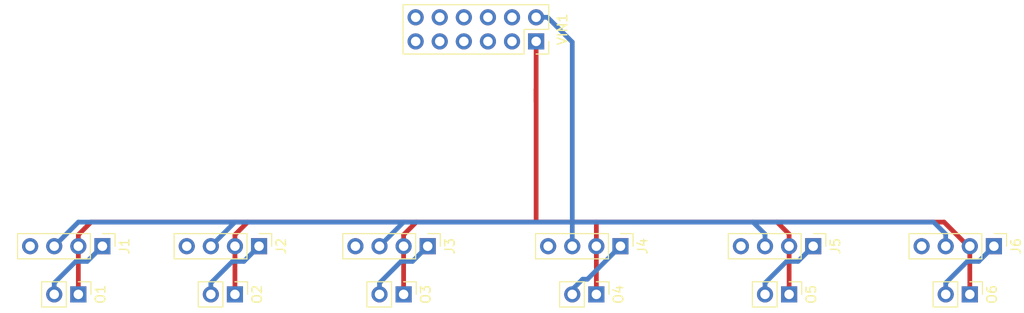
<source format=kicad_pcb>
(kicad_pcb (version 20171130) (host pcbnew 5.1.9)

  (general
    (thickness 1.6)
    (drawings 0)
    (tracks 67)
    (zones 0)
    (modules 13)
    (nets 15)
  )

  (page A4)
  (layers
    (0 F.Cu signal)
    (31 B.Cu signal)
    (32 B.Adhes user)
    (33 F.Adhes user)
    (34 B.Paste user)
    (35 F.Paste user)
    (36 B.SilkS user)
    (37 F.SilkS user)
    (38 B.Mask user)
    (39 F.Mask user)
    (40 Dwgs.User user)
    (41 Cmts.User user)
    (42 Eco1.User user)
    (43 Eco2.User user)
    (44 Edge.Cuts user)
    (45 Margin user)
    (46 B.CrtYd user)
    (47 F.CrtYd user)
    (48 B.Fab user)
    (49 F.Fab user)
  )

  (setup
    (last_trace_width 0.5)
    (trace_clearance 0.5)
    (zone_clearance 0.508)
    (zone_45_only no)
    (trace_min 0.2)
    (via_size 0.8)
    (via_drill 0.4)
    (via_min_size 0.4)
    (via_min_drill 0.3)
    (uvia_size 0.3)
    (uvia_drill 0.1)
    (uvias_allowed no)
    (uvia_min_size 0.2)
    (uvia_min_drill 0.1)
    (edge_width 0.05)
    (segment_width 0.2)
    (pcb_text_width 0.3)
    (pcb_text_size 1.5 1.5)
    (mod_edge_width 0.12)
    (mod_text_size 1 1)
    (mod_text_width 0.15)
    (pad_size 1.524 1.524)
    (pad_drill 0.762)
    (pad_to_mask_clearance 0)
    (aux_axis_origin 0 0)
    (visible_elements FFFFFF7F)
    (pcbplotparams
      (layerselection 0x010fc_ffffffff)
      (usegerberextensions false)
      (usegerberattributes true)
      (usegerberadvancedattributes true)
      (creategerberjobfile true)
      (excludeedgelayer true)
      (linewidth 0.100000)
      (plotframeref false)
      (viasonmask false)
      (mode 1)
      (useauxorigin false)
      (hpglpennumber 1)
      (hpglpenspeed 20)
      (hpglpendiameter 15.000000)
      (psnegative false)
      (psa4output false)
      (plotreference true)
      (plotvalue true)
      (plotinvisibletext false)
      (padsonsilk false)
      (subtractmaskfromsilk false)
      (outputformat 1)
      (mirror false)
      (drillshape 1)
      (scaleselection 1)
      (outputdirectory ""))
  )

  (net 0 "")
  (net 1 "Net-(J1-Pad4)")
  (net 2 +VDC)
  (net 3 GND)
  (net 4 "Net-(J1-Pad1)")
  (net 5 "Net-(J2-Pad4)")
  (net 6 "Net-(J2-Pad1)")
  (net 7 "Net-(J3-Pad4)")
  (net 8 "Net-(J3-Pad1)")
  (net 9 "Net-(J4-Pad4)")
  (net 10 "Net-(J4-Pad1)")
  (net 11 "Net-(J5-Pad4)")
  (net 12 "Net-(J5-Pad1)")
  (net 13 "Net-(J6-Pad4)")
  (net 14 "Net-(J6-Pad1)")

  (net_class Default "This is the default net class."
    (clearance 0.5)
    (trace_width 0.5)
    (via_dia 0.8)
    (via_drill 0.4)
    (uvia_dia 0.3)
    (uvia_drill 0.1)
    (add_net +VDC)
    (add_net GND)
    (add_net "Net-(J1-Pad1)")
    (add_net "Net-(J1-Pad4)")
    (add_net "Net-(J2-Pad1)")
    (add_net "Net-(J2-Pad4)")
    (add_net "Net-(J3-Pad1)")
    (add_net "Net-(J3-Pad4)")
    (add_net "Net-(J4-Pad1)")
    (add_net "Net-(J4-Pad4)")
    (add_net "Net-(J5-Pad1)")
    (add_net "Net-(J5-Pad4)")
    (add_net "Net-(J6-Pad1)")
    (add_net "Net-(J6-Pad4)")
  )

  (module Connector_PinSocket_2.54mm:PinSocket_2x06_P2.54mm_Vertical (layer F.Cu) (tedit 5A19A42B) (tstamp 602203D7)
    (at 119.38 45.72 270)
    (descr "Through hole straight socket strip, 2x06, 2.54mm pitch, double cols (from Kicad 4.0.7), script generated")
    (tags "Through hole socket strip THT 2x06 2.54mm double row")
    (path /6024770A)
    (fp_text reference VIN1 (at -1.27 -2.77 90) (layer F.SilkS)
      (effects (font (size 1 1) (thickness 0.15)))
    )
    (fp_text value VIN (at -1.27 15.47 90) (layer F.Fab)
      (effects (font (size 1 1) (thickness 0.15)))
    )
    (fp_text user %R (at -1.27 6.35) (layer F.Fab)
      (effects (font (size 1 1) (thickness 0.15)))
    )
    (fp_line (start -3.81 -1.27) (end 0.27 -1.27) (layer F.Fab) (width 0.1))
    (fp_line (start 0.27 -1.27) (end 1.27 -0.27) (layer F.Fab) (width 0.1))
    (fp_line (start 1.27 -0.27) (end 1.27 13.97) (layer F.Fab) (width 0.1))
    (fp_line (start 1.27 13.97) (end -3.81 13.97) (layer F.Fab) (width 0.1))
    (fp_line (start -3.81 13.97) (end -3.81 -1.27) (layer F.Fab) (width 0.1))
    (fp_line (start -3.87 -1.33) (end -1.27 -1.33) (layer F.SilkS) (width 0.12))
    (fp_line (start -3.87 -1.33) (end -3.87 14.03) (layer F.SilkS) (width 0.12))
    (fp_line (start -3.87 14.03) (end 1.33 14.03) (layer F.SilkS) (width 0.12))
    (fp_line (start 1.33 1.27) (end 1.33 14.03) (layer F.SilkS) (width 0.12))
    (fp_line (start -1.27 1.27) (end 1.33 1.27) (layer F.SilkS) (width 0.12))
    (fp_line (start -1.27 -1.33) (end -1.27 1.27) (layer F.SilkS) (width 0.12))
    (fp_line (start 1.33 -1.33) (end 1.33 0) (layer F.SilkS) (width 0.12))
    (fp_line (start 0 -1.33) (end 1.33 -1.33) (layer F.SilkS) (width 0.12))
    (fp_line (start -4.34 -1.8) (end 1.76 -1.8) (layer F.CrtYd) (width 0.05))
    (fp_line (start 1.76 -1.8) (end 1.76 14.45) (layer F.CrtYd) (width 0.05))
    (fp_line (start 1.76 14.45) (end -4.34 14.45) (layer F.CrtYd) (width 0.05))
    (fp_line (start -4.34 14.45) (end -4.34 -1.8) (layer F.CrtYd) (width 0.05))
    (pad 12 thru_hole oval (at -2.54 12.7 270) (size 1.7 1.7) (drill 1) (layers *.Cu *.Mask))
    (pad 11 thru_hole oval (at 0 12.7 270) (size 1.7 1.7) (drill 1) (layers *.Cu *.Mask))
    (pad 10 thru_hole oval (at -2.54 10.16 270) (size 1.7 1.7) (drill 1) (layers *.Cu *.Mask))
    (pad 9 thru_hole oval (at 0 10.16 270) (size 1.7 1.7) (drill 1) (layers *.Cu *.Mask))
    (pad 8 thru_hole oval (at -2.54 7.62 270) (size 1.7 1.7) (drill 1) (layers *.Cu *.Mask))
    (pad 7 thru_hole oval (at 0 7.62 270) (size 1.7 1.7) (drill 1) (layers *.Cu *.Mask))
    (pad 6 thru_hole oval (at -2.54 5.08 270) (size 1.7 1.7) (drill 1) (layers *.Cu *.Mask))
    (pad 5 thru_hole oval (at 0 5.08 270) (size 1.7 1.7) (drill 1) (layers *.Cu *.Mask))
    (pad 4 thru_hole oval (at -2.54 2.54 270) (size 1.7 1.7) (drill 1) (layers *.Cu *.Mask))
    (pad 3 thru_hole oval (at 0 2.54 270) (size 1.7 1.7) (drill 1) (layers *.Cu *.Mask))
    (pad 2 thru_hole oval (at -2.54 0 270) (size 1.7 1.7) (drill 1) (layers *.Cu *.Mask)
      (net 2 +VDC))
    (pad 1 thru_hole rect (at 0 0 270) (size 1.7 1.7) (drill 1) (layers *.Cu *.Mask)
      (net 3 GND))
    (model ${KISYS3DMOD}/Connector_PinSocket_2.54mm.3dshapes/PinSocket_2x06_P2.54mm_Vertical.wrl
      (at (xyz 0 0 0))
      (scale (xyz 1 1 1))
      (rotate (xyz 0 0 0))
    )
  )

  (module Connector_PinHeader_2.54mm:PinHeader_1x02_P2.54mm_Vertical (layer F.Cu) (tedit 59FED5CC) (tstamp 602203B5)
    (at 165.1 72.39 270)
    (descr "Through hole straight pin header, 1x02, 2.54mm pitch, single row")
    (tags "Through hole pin header THT 1x02 2.54mm single row")
    (path /602300AF)
    (fp_text reference O6 (at 0 -2.33 90) (layer F.SilkS)
      (effects (font (size 1 1) (thickness 0.15)))
    )
    (fp_text value VOUT (at 0 4.87 90) (layer F.Fab)
      (effects (font (size 1 1) (thickness 0.15)))
    )
    (fp_text user %R (at 0 1.27) (layer F.Fab)
      (effects (font (size 1 1) (thickness 0.15)))
    )
    (fp_line (start -0.635 -1.27) (end 1.27 -1.27) (layer F.Fab) (width 0.1))
    (fp_line (start 1.27 -1.27) (end 1.27 3.81) (layer F.Fab) (width 0.1))
    (fp_line (start 1.27 3.81) (end -1.27 3.81) (layer F.Fab) (width 0.1))
    (fp_line (start -1.27 3.81) (end -1.27 -0.635) (layer F.Fab) (width 0.1))
    (fp_line (start -1.27 -0.635) (end -0.635 -1.27) (layer F.Fab) (width 0.1))
    (fp_line (start -1.33 3.87) (end 1.33 3.87) (layer F.SilkS) (width 0.12))
    (fp_line (start -1.33 1.27) (end -1.33 3.87) (layer F.SilkS) (width 0.12))
    (fp_line (start 1.33 1.27) (end 1.33 3.87) (layer F.SilkS) (width 0.12))
    (fp_line (start -1.33 1.27) (end 1.33 1.27) (layer F.SilkS) (width 0.12))
    (fp_line (start -1.33 0) (end -1.33 -1.33) (layer F.SilkS) (width 0.12))
    (fp_line (start -1.33 -1.33) (end 0 -1.33) (layer F.SilkS) (width 0.12))
    (fp_line (start -1.8 -1.8) (end -1.8 4.35) (layer F.CrtYd) (width 0.05))
    (fp_line (start -1.8 4.35) (end 1.8 4.35) (layer F.CrtYd) (width 0.05))
    (fp_line (start 1.8 4.35) (end 1.8 -1.8) (layer F.CrtYd) (width 0.05))
    (fp_line (start 1.8 -1.8) (end -1.8 -1.8) (layer F.CrtYd) (width 0.05))
    (pad 2 thru_hole oval (at 0 2.54 270) (size 1.7 1.7) (drill 1) (layers *.Cu *.Mask)
      (net 14 "Net-(J6-Pad1)"))
    (pad 1 thru_hole rect (at 0 0 270) (size 1.7 1.7) (drill 1) (layers *.Cu *.Mask)
      (net 3 GND))
    (model ${KISYS3DMOD}/Connector_PinHeader_2.54mm.3dshapes/PinHeader_1x02_P2.54mm_Vertical.wrl
      (at (xyz 0 0 0))
      (scale (xyz 1 1 1))
      (rotate (xyz 0 0 0))
    )
  )

  (module Connector_PinHeader_2.54mm:PinHeader_1x02_P2.54mm_Vertical (layer F.Cu) (tedit 59FED5CC) (tstamp 6022039F)
    (at 146.05 72.39 270)
    (descr "Through hole straight pin header, 1x02, 2.54mm pitch, single row")
    (tags "Through hole pin header THT 1x02 2.54mm single row")
    (path /6022EE0E)
    (fp_text reference O5 (at 0 -2.33 90) (layer F.SilkS)
      (effects (font (size 1 1) (thickness 0.15)))
    )
    (fp_text value VOUT (at 0 4.87 90) (layer F.Fab)
      (effects (font (size 1 1) (thickness 0.15)))
    )
    (fp_text user %R (at 0 1.27) (layer F.Fab)
      (effects (font (size 1 1) (thickness 0.15)))
    )
    (fp_line (start -0.635 -1.27) (end 1.27 -1.27) (layer F.Fab) (width 0.1))
    (fp_line (start 1.27 -1.27) (end 1.27 3.81) (layer F.Fab) (width 0.1))
    (fp_line (start 1.27 3.81) (end -1.27 3.81) (layer F.Fab) (width 0.1))
    (fp_line (start -1.27 3.81) (end -1.27 -0.635) (layer F.Fab) (width 0.1))
    (fp_line (start -1.27 -0.635) (end -0.635 -1.27) (layer F.Fab) (width 0.1))
    (fp_line (start -1.33 3.87) (end 1.33 3.87) (layer F.SilkS) (width 0.12))
    (fp_line (start -1.33 1.27) (end -1.33 3.87) (layer F.SilkS) (width 0.12))
    (fp_line (start 1.33 1.27) (end 1.33 3.87) (layer F.SilkS) (width 0.12))
    (fp_line (start -1.33 1.27) (end 1.33 1.27) (layer F.SilkS) (width 0.12))
    (fp_line (start -1.33 0) (end -1.33 -1.33) (layer F.SilkS) (width 0.12))
    (fp_line (start -1.33 -1.33) (end 0 -1.33) (layer F.SilkS) (width 0.12))
    (fp_line (start -1.8 -1.8) (end -1.8 4.35) (layer F.CrtYd) (width 0.05))
    (fp_line (start -1.8 4.35) (end 1.8 4.35) (layer F.CrtYd) (width 0.05))
    (fp_line (start 1.8 4.35) (end 1.8 -1.8) (layer F.CrtYd) (width 0.05))
    (fp_line (start 1.8 -1.8) (end -1.8 -1.8) (layer F.CrtYd) (width 0.05))
    (pad 2 thru_hole oval (at 0 2.54 270) (size 1.7 1.7) (drill 1) (layers *.Cu *.Mask)
      (net 12 "Net-(J5-Pad1)"))
    (pad 1 thru_hole rect (at 0 0 270) (size 1.7 1.7) (drill 1) (layers *.Cu *.Mask)
      (net 3 GND))
    (model ${KISYS3DMOD}/Connector_PinHeader_2.54mm.3dshapes/PinHeader_1x02_P2.54mm_Vertical.wrl
      (at (xyz 0 0 0))
      (scale (xyz 1 1 1))
      (rotate (xyz 0 0 0))
    )
  )

  (module Connector_PinHeader_2.54mm:PinHeader_1x02_P2.54mm_Vertical (layer F.Cu) (tedit 59FED5CC) (tstamp 60220389)
    (at 125.73 72.39 270)
    (descr "Through hole straight pin header, 1x02, 2.54mm pitch, single row")
    (tags "Through hole pin header THT 1x02 2.54mm single row")
    (path /6022DB71)
    (fp_text reference O4 (at 0 -2.33 90) (layer F.SilkS)
      (effects (font (size 1 1) (thickness 0.15)))
    )
    (fp_text value VOUT (at 0 4.87 90) (layer F.Fab)
      (effects (font (size 1 1) (thickness 0.15)))
    )
    (fp_text user %R (at 0 1.27) (layer F.Fab)
      (effects (font (size 1 1) (thickness 0.15)))
    )
    (fp_line (start -0.635 -1.27) (end 1.27 -1.27) (layer F.Fab) (width 0.1))
    (fp_line (start 1.27 -1.27) (end 1.27 3.81) (layer F.Fab) (width 0.1))
    (fp_line (start 1.27 3.81) (end -1.27 3.81) (layer F.Fab) (width 0.1))
    (fp_line (start -1.27 3.81) (end -1.27 -0.635) (layer F.Fab) (width 0.1))
    (fp_line (start -1.27 -0.635) (end -0.635 -1.27) (layer F.Fab) (width 0.1))
    (fp_line (start -1.33 3.87) (end 1.33 3.87) (layer F.SilkS) (width 0.12))
    (fp_line (start -1.33 1.27) (end -1.33 3.87) (layer F.SilkS) (width 0.12))
    (fp_line (start 1.33 1.27) (end 1.33 3.87) (layer F.SilkS) (width 0.12))
    (fp_line (start -1.33 1.27) (end 1.33 1.27) (layer F.SilkS) (width 0.12))
    (fp_line (start -1.33 0) (end -1.33 -1.33) (layer F.SilkS) (width 0.12))
    (fp_line (start -1.33 -1.33) (end 0 -1.33) (layer F.SilkS) (width 0.12))
    (fp_line (start -1.8 -1.8) (end -1.8 4.35) (layer F.CrtYd) (width 0.05))
    (fp_line (start -1.8 4.35) (end 1.8 4.35) (layer F.CrtYd) (width 0.05))
    (fp_line (start 1.8 4.35) (end 1.8 -1.8) (layer F.CrtYd) (width 0.05))
    (fp_line (start 1.8 -1.8) (end -1.8 -1.8) (layer F.CrtYd) (width 0.05))
    (pad 2 thru_hole oval (at 0 2.54 270) (size 1.7 1.7) (drill 1) (layers *.Cu *.Mask)
      (net 10 "Net-(J4-Pad1)"))
    (pad 1 thru_hole rect (at 0 0 270) (size 1.7 1.7) (drill 1) (layers *.Cu *.Mask)
      (net 3 GND))
    (model ${KISYS3DMOD}/Connector_PinHeader_2.54mm.3dshapes/PinHeader_1x02_P2.54mm_Vertical.wrl
      (at (xyz 0 0 0))
      (scale (xyz 1 1 1))
      (rotate (xyz 0 0 0))
    )
  )

  (module Connector_PinHeader_2.54mm:PinHeader_1x02_P2.54mm_Vertical (layer F.Cu) (tedit 59FED5CC) (tstamp 60220373)
    (at 105.41 72.39 270)
    (descr "Through hole straight pin header, 1x02, 2.54mm pitch, single row")
    (tags "Through hole pin header THT 1x02 2.54mm single row")
    (path /6022CBA4)
    (fp_text reference O3 (at 0 -2.33 90) (layer F.SilkS)
      (effects (font (size 1 1) (thickness 0.15)))
    )
    (fp_text value VOUT (at 0 4.87 90) (layer F.Fab)
      (effects (font (size 1 1) (thickness 0.15)))
    )
    (fp_text user %R (at 0 1.27) (layer F.Fab)
      (effects (font (size 1 1) (thickness 0.15)))
    )
    (fp_line (start -0.635 -1.27) (end 1.27 -1.27) (layer F.Fab) (width 0.1))
    (fp_line (start 1.27 -1.27) (end 1.27 3.81) (layer F.Fab) (width 0.1))
    (fp_line (start 1.27 3.81) (end -1.27 3.81) (layer F.Fab) (width 0.1))
    (fp_line (start -1.27 3.81) (end -1.27 -0.635) (layer F.Fab) (width 0.1))
    (fp_line (start -1.27 -0.635) (end -0.635 -1.27) (layer F.Fab) (width 0.1))
    (fp_line (start -1.33 3.87) (end 1.33 3.87) (layer F.SilkS) (width 0.12))
    (fp_line (start -1.33 1.27) (end -1.33 3.87) (layer F.SilkS) (width 0.12))
    (fp_line (start 1.33 1.27) (end 1.33 3.87) (layer F.SilkS) (width 0.12))
    (fp_line (start -1.33 1.27) (end 1.33 1.27) (layer F.SilkS) (width 0.12))
    (fp_line (start -1.33 0) (end -1.33 -1.33) (layer F.SilkS) (width 0.12))
    (fp_line (start -1.33 -1.33) (end 0 -1.33) (layer F.SilkS) (width 0.12))
    (fp_line (start -1.8 -1.8) (end -1.8 4.35) (layer F.CrtYd) (width 0.05))
    (fp_line (start -1.8 4.35) (end 1.8 4.35) (layer F.CrtYd) (width 0.05))
    (fp_line (start 1.8 4.35) (end 1.8 -1.8) (layer F.CrtYd) (width 0.05))
    (fp_line (start 1.8 -1.8) (end -1.8 -1.8) (layer F.CrtYd) (width 0.05))
    (pad 2 thru_hole oval (at 0 2.54 270) (size 1.7 1.7) (drill 1) (layers *.Cu *.Mask)
      (net 8 "Net-(J3-Pad1)"))
    (pad 1 thru_hole rect (at 0 0 270) (size 1.7 1.7) (drill 1) (layers *.Cu *.Mask)
      (net 3 GND))
    (model ${KISYS3DMOD}/Connector_PinHeader_2.54mm.3dshapes/PinHeader_1x02_P2.54mm_Vertical.wrl
      (at (xyz 0 0 0))
      (scale (xyz 1 1 1))
      (rotate (xyz 0 0 0))
    )
  )

  (module Connector_PinHeader_2.54mm:PinHeader_1x02_P2.54mm_Vertical (layer F.Cu) (tedit 59FED5CC) (tstamp 6022035D)
    (at 87.63 72.39 270)
    (descr "Through hole straight pin header, 1x02, 2.54mm pitch, single row")
    (tags "Through hole pin header THT 1x02 2.54mm single row")
    (path /60228E70)
    (fp_text reference O2 (at 0 -2.33 90) (layer F.SilkS)
      (effects (font (size 1 1) (thickness 0.15)))
    )
    (fp_text value VOUT (at 0 4.87 90) (layer F.Fab)
      (effects (font (size 1 1) (thickness 0.15)))
    )
    (fp_text user %R (at 0 1.27) (layer F.Fab)
      (effects (font (size 1 1) (thickness 0.15)))
    )
    (fp_line (start -0.635 -1.27) (end 1.27 -1.27) (layer F.Fab) (width 0.1))
    (fp_line (start 1.27 -1.27) (end 1.27 3.81) (layer F.Fab) (width 0.1))
    (fp_line (start 1.27 3.81) (end -1.27 3.81) (layer F.Fab) (width 0.1))
    (fp_line (start -1.27 3.81) (end -1.27 -0.635) (layer F.Fab) (width 0.1))
    (fp_line (start -1.27 -0.635) (end -0.635 -1.27) (layer F.Fab) (width 0.1))
    (fp_line (start -1.33 3.87) (end 1.33 3.87) (layer F.SilkS) (width 0.12))
    (fp_line (start -1.33 1.27) (end -1.33 3.87) (layer F.SilkS) (width 0.12))
    (fp_line (start 1.33 1.27) (end 1.33 3.87) (layer F.SilkS) (width 0.12))
    (fp_line (start -1.33 1.27) (end 1.33 1.27) (layer F.SilkS) (width 0.12))
    (fp_line (start -1.33 0) (end -1.33 -1.33) (layer F.SilkS) (width 0.12))
    (fp_line (start -1.33 -1.33) (end 0 -1.33) (layer F.SilkS) (width 0.12))
    (fp_line (start -1.8 -1.8) (end -1.8 4.35) (layer F.CrtYd) (width 0.05))
    (fp_line (start -1.8 4.35) (end 1.8 4.35) (layer F.CrtYd) (width 0.05))
    (fp_line (start 1.8 4.35) (end 1.8 -1.8) (layer F.CrtYd) (width 0.05))
    (fp_line (start 1.8 -1.8) (end -1.8 -1.8) (layer F.CrtYd) (width 0.05))
    (pad 2 thru_hole oval (at 0 2.54 270) (size 1.7 1.7) (drill 1) (layers *.Cu *.Mask)
      (net 6 "Net-(J2-Pad1)"))
    (pad 1 thru_hole rect (at 0 0 270) (size 1.7 1.7) (drill 1) (layers *.Cu *.Mask)
      (net 3 GND))
    (model ${KISYS3DMOD}/Connector_PinHeader_2.54mm.3dshapes/PinHeader_1x02_P2.54mm_Vertical.wrl
      (at (xyz 0 0 0))
      (scale (xyz 1 1 1))
      (rotate (xyz 0 0 0))
    )
  )

  (module Connector_PinHeader_2.54mm:PinHeader_1x02_P2.54mm_Vertical (layer F.Cu) (tedit 59FED5CC) (tstamp 60220347)
    (at 71.12 72.39 270)
    (descr "Through hole straight pin header, 1x02, 2.54mm pitch, single row")
    (tags "Through hole pin header THT 1x02 2.54mm single row")
    (path /6022346E)
    (fp_text reference O1 (at 0 -2.33 90) (layer F.SilkS)
      (effects (font (size 1 1) (thickness 0.15)))
    )
    (fp_text value VOUT (at 0 4.87 90) (layer F.Fab)
      (effects (font (size 1 1) (thickness 0.15)))
    )
    (fp_text user %R (at 0 1.27) (layer F.Fab)
      (effects (font (size 1 1) (thickness 0.15)))
    )
    (fp_line (start -0.635 -1.27) (end 1.27 -1.27) (layer F.Fab) (width 0.1))
    (fp_line (start 1.27 -1.27) (end 1.27 3.81) (layer F.Fab) (width 0.1))
    (fp_line (start 1.27 3.81) (end -1.27 3.81) (layer F.Fab) (width 0.1))
    (fp_line (start -1.27 3.81) (end -1.27 -0.635) (layer F.Fab) (width 0.1))
    (fp_line (start -1.27 -0.635) (end -0.635 -1.27) (layer F.Fab) (width 0.1))
    (fp_line (start -1.33 3.87) (end 1.33 3.87) (layer F.SilkS) (width 0.12))
    (fp_line (start -1.33 1.27) (end -1.33 3.87) (layer F.SilkS) (width 0.12))
    (fp_line (start 1.33 1.27) (end 1.33 3.87) (layer F.SilkS) (width 0.12))
    (fp_line (start -1.33 1.27) (end 1.33 1.27) (layer F.SilkS) (width 0.12))
    (fp_line (start -1.33 0) (end -1.33 -1.33) (layer F.SilkS) (width 0.12))
    (fp_line (start -1.33 -1.33) (end 0 -1.33) (layer F.SilkS) (width 0.12))
    (fp_line (start -1.8 -1.8) (end -1.8 4.35) (layer F.CrtYd) (width 0.05))
    (fp_line (start -1.8 4.35) (end 1.8 4.35) (layer F.CrtYd) (width 0.05))
    (fp_line (start 1.8 4.35) (end 1.8 -1.8) (layer F.CrtYd) (width 0.05))
    (fp_line (start 1.8 -1.8) (end -1.8 -1.8) (layer F.CrtYd) (width 0.05))
    (pad 2 thru_hole oval (at 0 2.54 270) (size 1.7 1.7) (drill 1) (layers *.Cu *.Mask)
      (net 4 "Net-(J1-Pad1)"))
    (pad 1 thru_hole rect (at 0 0 270) (size 1.7 1.7) (drill 1) (layers *.Cu *.Mask)
      (net 3 GND))
    (model ${KISYS3DMOD}/Connector_PinHeader_2.54mm.3dshapes/PinHeader_1x02_P2.54mm_Vertical.wrl
      (at (xyz 0 0 0))
      (scale (xyz 1 1 1))
      (rotate (xyz 0 0 0))
    )
  )

  (module Connector_PinHeader_2.54mm:PinHeader_1x04_P2.54mm_Vertical (layer F.Cu) (tedit 59FED5CC) (tstamp 60220331)
    (at 167.64 67.31 270)
    (descr "Through hole straight pin header, 1x04, 2.54mm pitch, single row")
    (tags "Through hole pin header THT 1x04 2.54mm single row")
    (path /602300B5)
    (fp_text reference J6 (at 0 -2.33 90) (layer F.SilkS)
      (effects (font (size 1 1) (thickness 0.15)))
    )
    (fp_text value VREG (at 0 9.95 90) (layer F.Fab)
      (effects (font (size 1 1) (thickness 0.15)))
    )
    (fp_text user %R (at 0 3.81) (layer F.Fab)
      (effects (font (size 1 1) (thickness 0.15)))
    )
    (fp_line (start -0.635 -1.27) (end 1.27 -1.27) (layer F.Fab) (width 0.1))
    (fp_line (start 1.27 -1.27) (end 1.27 8.89) (layer F.Fab) (width 0.1))
    (fp_line (start 1.27 8.89) (end -1.27 8.89) (layer F.Fab) (width 0.1))
    (fp_line (start -1.27 8.89) (end -1.27 -0.635) (layer F.Fab) (width 0.1))
    (fp_line (start -1.27 -0.635) (end -0.635 -1.27) (layer F.Fab) (width 0.1))
    (fp_line (start -1.33 8.95) (end 1.33 8.95) (layer F.SilkS) (width 0.12))
    (fp_line (start -1.33 1.27) (end -1.33 8.95) (layer F.SilkS) (width 0.12))
    (fp_line (start 1.33 1.27) (end 1.33 8.95) (layer F.SilkS) (width 0.12))
    (fp_line (start -1.33 1.27) (end 1.33 1.27) (layer F.SilkS) (width 0.12))
    (fp_line (start -1.33 0) (end -1.33 -1.33) (layer F.SilkS) (width 0.12))
    (fp_line (start -1.33 -1.33) (end 0 -1.33) (layer F.SilkS) (width 0.12))
    (fp_line (start -1.8 -1.8) (end -1.8 9.4) (layer F.CrtYd) (width 0.05))
    (fp_line (start -1.8 9.4) (end 1.8 9.4) (layer F.CrtYd) (width 0.05))
    (fp_line (start 1.8 9.4) (end 1.8 -1.8) (layer F.CrtYd) (width 0.05))
    (fp_line (start 1.8 -1.8) (end -1.8 -1.8) (layer F.CrtYd) (width 0.05))
    (pad 4 thru_hole oval (at 0 7.62 270) (size 1.7 1.7) (drill 1) (layers *.Cu *.Mask)
      (net 13 "Net-(J6-Pad4)"))
    (pad 3 thru_hole oval (at 0 5.08 270) (size 1.7 1.7) (drill 1) (layers *.Cu *.Mask)
      (net 2 +VDC))
    (pad 2 thru_hole oval (at 0 2.54 270) (size 1.7 1.7) (drill 1) (layers *.Cu *.Mask)
      (net 3 GND))
    (pad 1 thru_hole rect (at 0 0 270) (size 1.7 1.7) (drill 1) (layers *.Cu *.Mask)
      (net 14 "Net-(J6-Pad1)"))
    (model ${KISYS3DMOD}/Connector_PinHeader_2.54mm.3dshapes/PinHeader_1x04_P2.54mm_Vertical.wrl
      (at (xyz 0 0 0))
      (scale (xyz 1 1 1))
      (rotate (xyz 0 0 0))
    )
  )

  (module Connector_PinHeader_2.54mm:PinHeader_1x04_P2.54mm_Vertical (layer F.Cu) (tedit 59FED5CC) (tstamp 60220319)
    (at 148.59 67.31 270)
    (descr "Through hole straight pin header, 1x04, 2.54mm pitch, single row")
    (tags "Through hole pin header THT 1x04 2.54mm single row")
    (path /6022EE14)
    (fp_text reference J5 (at 0 -2.33 90) (layer F.SilkS)
      (effects (font (size 1 1) (thickness 0.15)))
    )
    (fp_text value VREG (at 0 9.95 90) (layer F.Fab)
      (effects (font (size 1 1) (thickness 0.15)))
    )
    (fp_text user %R (at 0 3.81) (layer F.Fab)
      (effects (font (size 1 1) (thickness 0.15)))
    )
    (fp_line (start -0.635 -1.27) (end 1.27 -1.27) (layer F.Fab) (width 0.1))
    (fp_line (start 1.27 -1.27) (end 1.27 8.89) (layer F.Fab) (width 0.1))
    (fp_line (start 1.27 8.89) (end -1.27 8.89) (layer F.Fab) (width 0.1))
    (fp_line (start -1.27 8.89) (end -1.27 -0.635) (layer F.Fab) (width 0.1))
    (fp_line (start -1.27 -0.635) (end -0.635 -1.27) (layer F.Fab) (width 0.1))
    (fp_line (start -1.33 8.95) (end 1.33 8.95) (layer F.SilkS) (width 0.12))
    (fp_line (start -1.33 1.27) (end -1.33 8.95) (layer F.SilkS) (width 0.12))
    (fp_line (start 1.33 1.27) (end 1.33 8.95) (layer F.SilkS) (width 0.12))
    (fp_line (start -1.33 1.27) (end 1.33 1.27) (layer F.SilkS) (width 0.12))
    (fp_line (start -1.33 0) (end -1.33 -1.33) (layer F.SilkS) (width 0.12))
    (fp_line (start -1.33 -1.33) (end 0 -1.33) (layer F.SilkS) (width 0.12))
    (fp_line (start -1.8 -1.8) (end -1.8 9.4) (layer F.CrtYd) (width 0.05))
    (fp_line (start -1.8 9.4) (end 1.8 9.4) (layer F.CrtYd) (width 0.05))
    (fp_line (start 1.8 9.4) (end 1.8 -1.8) (layer F.CrtYd) (width 0.05))
    (fp_line (start 1.8 -1.8) (end -1.8 -1.8) (layer F.CrtYd) (width 0.05))
    (pad 4 thru_hole oval (at 0 7.62 270) (size 1.7 1.7) (drill 1) (layers *.Cu *.Mask)
      (net 11 "Net-(J5-Pad4)"))
    (pad 3 thru_hole oval (at 0 5.08 270) (size 1.7 1.7) (drill 1) (layers *.Cu *.Mask)
      (net 2 +VDC))
    (pad 2 thru_hole oval (at 0 2.54 270) (size 1.7 1.7) (drill 1) (layers *.Cu *.Mask)
      (net 3 GND))
    (pad 1 thru_hole rect (at 0 0 270) (size 1.7 1.7) (drill 1) (layers *.Cu *.Mask)
      (net 12 "Net-(J5-Pad1)"))
    (model ${KISYS3DMOD}/Connector_PinHeader_2.54mm.3dshapes/PinHeader_1x04_P2.54mm_Vertical.wrl
      (at (xyz 0 0 0))
      (scale (xyz 1 1 1))
      (rotate (xyz 0 0 0))
    )
  )

  (module Connector_PinHeader_2.54mm:PinHeader_1x04_P2.54mm_Vertical (layer F.Cu) (tedit 59FED5CC) (tstamp 60220301)
    (at 128.27 67.31 270)
    (descr "Through hole straight pin header, 1x04, 2.54mm pitch, single row")
    (tags "Through hole pin header THT 1x04 2.54mm single row")
    (path /6022DB77)
    (fp_text reference J4 (at 0 -2.33 90) (layer F.SilkS)
      (effects (font (size 1 1) (thickness 0.15)))
    )
    (fp_text value VREG (at 0 9.95 90) (layer F.Fab)
      (effects (font (size 1 1) (thickness 0.15)))
    )
    (fp_text user %R (at 0 3.81) (layer F.Fab)
      (effects (font (size 1 1) (thickness 0.15)))
    )
    (fp_line (start -0.635 -1.27) (end 1.27 -1.27) (layer F.Fab) (width 0.1))
    (fp_line (start 1.27 -1.27) (end 1.27 8.89) (layer F.Fab) (width 0.1))
    (fp_line (start 1.27 8.89) (end -1.27 8.89) (layer F.Fab) (width 0.1))
    (fp_line (start -1.27 8.89) (end -1.27 -0.635) (layer F.Fab) (width 0.1))
    (fp_line (start -1.27 -0.635) (end -0.635 -1.27) (layer F.Fab) (width 0.1))
    (fp_line (start -1.33 8.95) (end 1.33 8.95) (layer F.SilkS) (width 0.12))
    (fp_line (start -1.33 1.27) (end -1.33 8.95) (layer F.SilkS) (width 0.12))
    (fp_line (start 1.33 1.27) (end 1.33 8.95) (layer F.SilkS) (width 0.12))
    (fp_line (start -1.33 1.27) (end 1.33 1.27) (layer F.SilkS) (width 0.12))
    (fp_line (start -1.33 0) (end -1.33 -1.33) (layer F.SilkS) (width 0.12))
    (fp_line (start -1.33 -1.33) (end 0 -1.33) (layer F.SilkS) (width 0.12))
    (fp_line (start -1.8 -1.8) (end -1.8 9.4) (layer F.CrtYd) (width 0.05))
    (fp_line (start -1.8 9.4) (end 1.8 9.4) (layer F.CrtYd) (width 0.05))
    (fp_line (start 1.8 9.4) (end 1.8 -1.8) (layer F.CrtYd) (width 0.05))
    (fp_line (start 1.8 -1.8) (end -1.8 -1.8) (layer F.CrtYd) (width 0.05))
    (pad 4 thru_hole oval (at 0 7.62 270) (size 1.7 1.7) (drill 1) (layers *.Cu *.Mask)
      (net 9 "Net-(J4-Pad4)"))
    (pad 3 thru_hole oval (at 0 5.08 270) (size 1.7 1.7) (drill 1) (layers *.Cu *.Mask)
      (net 2 +VDC))
    (pad 2 thru_hole oval (at 0 2.54 270) (size 1.7 1.7) (drill 1) (layers *.Cu *.Mask)
      (net 3 GND))
    (pad 1 thru_hole rect (at 0 0 270) (size 1.7 1.7) (drill 1) (layers *.Cu *.Mask)
      (net 10 "Net-(J4-Pad1)"))
    (model ${KISYS3DMOD}/Connector_PinHeader_2.54mm.3dshapes/PinHeader_1x04_P2.54mm_Vertical.wrl
      (at (xyz 0 0 0))
      (scale (xyz 1 1 1))
      (rotate (xyz 0 0 0))
    )
  )

  (module Connector_PinHeader_2.54mm:PinHeader_1x04_P2.54mm_Vertical (layer F.Cu) (tedit 59FED5CC) (tstamp 602202E9)
    (at 107.95 67.31 270)
    (descr "Through hole straight pin header, 1x04, 2.54mm pitch, single row")
    (tags "Through hole pin header THT 1x04 2.54mm single row")
    (path /6022CBAA)
    (fp_text reference J3 (at 0 -2.33 90) (layer F.SilkS)
      (effects (font (size 1 1) (thickness 0.15)))
    )
    (fp_text value VREG (at 0 9.95 90) (layer F.Fab)
      (effects (font (size 1 1) (thickness 0.15)))
    )
    (fp_text user %R (at 0 3.81) (layer F.Fab)
      (effects (font (size 1 1) (thickness 0.15)))
    )
    (fp_line (start -0.635 -1.27) (end 1.27 -1.27) (layer F.Fab) (width 0.1))
    (fp_line (start 1.27 -1.27) (end 1.27 8.89) (layer F.Fab) (width 0.1))
    (fp_line (start 1.27 8.89) (end -1.27 8.89) (layer F.Fab) (width 0.1))
    (fp_line (start -1.27 8.89) (end -1.27 -0.635) (layer F.Fab) (width 0.1))
    (fp_line (start -1.27 -0.635) (end -0.635 -1.27) (layer F.Fab) (width 0.1))
    (fp_line (start -1.33 8.95) (end 1.33 8.95) (layer F.SilkS) (width 0.12))
    (fp_line (start -1.33 1.27) (end -1.33 8.95) (layer F.SilkS) (width 0.12))
    (fp_line (start 1.33 1.27) (end 1.33 8.95) (layer F.SilkS) (width 0.12))
    (fp_line (start -1.33 1.27) (end 1.33 1.27) (layer F.SilkS) (width 0.12))
    (fp_line (start -1.33 0) (end -1.33 -1.33) (layer F.SilkS) (width 0.12))
    (fp_line (start -1.33 -1.33) (end 0 -1.33) (layer F.SilkS) (width 0.12))
    (fp_line (start -1.8 -1.8) (end -1.8 9.4) (layer F.CrtYd) (width 0.05))
    (fp_line (start -1.8 9.4) (end 1.8 9.4) (layer F.CrtYd) (width 0.05))
    (fp_line (start 1.8 9.4) (end 1.8 -1.8) (layer F.CrtYd) (width 0.05))
    (fp_line (start 1.8 -1.8) (end -1.8 -1.8) (layer F.CrtYd) (width 0.05))
    (pad 4 thru_hole oval (at 0 7.62 270) (size 1.7 1.7) (drill 1) (layers *.Cu *.Mask)
      (net 7 "Net-(J3-Pad4)"))
    (pad 3 thru_hole oval (at 0 5.08 270) (size 1.7 1.7) (drill 1) (layers *.Cu *.Mask)
      (net 2 +VDC))
    (pad 2 thru_hole oval (at 0 2.54 270) (size 1.7 1.7) (drill 1) (layers *.Cu *.Mask)
      (net 3 GND))
    (pad 1 thru_hole rect (at 0 0 270) (size 1.7 1.7) (drill 1) (layers *.Cu *.Mask)
      (net 8 "Net-(J3-Pad1)"))
    (model ${KISYS3DMOD}/Connector_PinHeader_2.54mm.3dshapes/PinHeader_1x04_P2.54mm_Vertical.wrl
      (at (xyz 0 0 0))
      (scale (xyz 1 1 1))
      (rotate (xyz 0 0 0))
    )
  )

  (module Connector_PinHeader_2.54mm:PinHeader_1x04_P2.54mm_Vertical (layer F.Cu) (tedit 59FED5CC) (tstamp 602202D1)
    (at 90.17 67.31 270)
    (descr "Through hole straight pin header, 1x04, 2.54mm pitch, single row")
    (tags "Through hole pin header THT 1x04 2.54mm single row")
    (path /60228E69)
    (fp_text reference J2 (at 0 -2.33 90) (layer F.SilkS)
      (effects (font (size 1 1) (thickness 0.15)))
    )
    (fp_text value VREG (at 0 9.95 90) (layer F.Fab)
      (effects (font (size 1 1) (thickness 0.15)))
    )
    (fp_text user %R (at 0 3.81) (layer F.Fab)
      (effects (font (size 1 1) (thickness 0.15)))
    )
    (fp_line (start -0.635 -1.27) (end 1.27 -1.27) (layer F.Fab) (width 0.1))
    (fp_line (start 1.27 -1.27) (end 1.27 8.89) (layer F.Fab) (width 0.1))
    (fp_line (start 1.27 8.89) (end -1.27 8.89) (layer F.Fab) (width 0.1))
    (fp_line (start -1.27 8.89) (end -1.27 -0.635) (layer F.Fab) (width 0.1))
    (fp_line (start -1.27 -0.635) (end -0.635 -1.27) (layer F.Fab) (width 0.1))
    (fp_line (start -1.33 8.95) (end 1.33 8.95) (layer F.SilkS) (width 0.12))
    (fp_line (start -1.33 1.27) (end -1.33 8.95) (layer F.SilkS) (width 0.12))
    (fp_line (start 1.33 1.27) (end 1.33 8.95) (layer F.SilkS) (width 0.12))
    (fp_line (start -1.33 1.27) (end 1.33 1.27) (layer F.SilkS) (width 0.12))
    (fp_line (start -1.33 0) (end -1.33 -1.33) (layer F.SilkS) (width 0.12))
    (fp_line (start -1.33 -1.33) (end 0 -1.33) (layer F.SilkS) (width 0.12))
    (fp_line (start -1.8 -1.8) (end -1.8 9.4) (layer F.CrtYd) (width 0.05))
    (fp_line (start -1.8 9.4) (end 1.8 9.4) (layer F.CrtYd) (width 0.05))
    (fp_line (start 1.8 9.4) (end 1.8 -1.8) (layer F.CrtYd) (width 0.05))
    (fp_line (start 1.8 -1.8) (end -1.8 -1.8) (layer F.CrtYd) (width 0.05))
    (pad 4 thru_hole oval (at 0 7.62 270) (size 1.7 1.7) (drill 1) (layers *.Cu *.Mask)
      (net 5 "Net-(J2-Pad4)"))
    (pad 3 thru_hole oval (at 0 5.08 270) (size 1.7 1.7) (drill 1) (layers *.Cu *.Mask)
      (net 2 +VDC))
    (pad 2 thru_hole oval (at 0 2.54 270) (size 1.7 1.7) (drill 1) (layers *.Cu *.Mask)
      (net 3 GND))
    (pad 1 thru_hole rect (at 0 0 270) (size 1.7 1.7) (drill 1) (layers *.Cu *.Mask)
      (net 6 "Net-(J2-Pad1)"))
    (model ${KISYS3DMOD}/Connector_PinHeader_2.54mm.3dshapes/PinHeader_1x04_P2.54mm_Vertical.wrl
      (at (xyz 0 0 0))
      (scale (xyz 1 1 1))
      (rotate (xyz 0 0 0))
    )
  )

  (module Connector_PinHeader_2.54mm:PinHeader_1x04_P2.54mm_Vertical (layer F.Cu) (tedit 59FED5CC) (tstamp 602202B9)
    (at 73.66 67.31 270)
    (descr "Through hole straight pin header, 1x04, 2.54mm pitch, single row")
    (tags "Through hole pin header THT 1x04 2.54mm single row")
    (path /6021F844)
    (fp_text reference J1 (at 0 -2.33 90) (layer F.SilkS)
      (effects (font (size 1 1) (thickness 0.15)))
    )
    (fp_text value VREG (at 0 9.95 90) (layer F.Fab)
      (effects (font (size 1 1) (thickness 0.15)))
    )
    (fp_text user %R (at 0 3.81) (layer F.Fab)
      (effects (font (size 1 1) (thickness 0.15)))
    )
    (fp_line (start -0.635 -1.27) (end 1.27 -1.27) (layer F.Fab) (width 0.1))
    (fp_line (start 1.27 -1.27) (end 1.27 8.89) (layer F.Fab) (width 0.1))
    (fp_line (start 1.27 8.89) (end -1.27 8.89) (layer F.Fab) (width 0.1))
    (fp_line (start -1.27 8.89) (end -1.27 -0.635) (layer F.Fab) (width 0.1))
    (fp_line (start -1.27 -0.635) (end -0.635 -1.27) (layer F.Fab) (width 0.1))
    (fp_line (start -1.33 8.95) (end 1.33 8.95) (layer F.SilkS) (width 0.12))
    (fp_line (start -1.33 1.27) (end -1.33 8.95) (layer F.SilkS) (width 0.12))
    (fp_line (start 1.33 1.27) (end 1.33 8.95) (layer F.SilkS) (width 0.12))
    (fp_line (start -1.33 1.27) (end 1.33 1.27) (layer F.SilkS) (width 0.12))
    (fp_line (start -1.33 0) (end -1.33 -1.33) (layer F.SilkS) (width 0.12))
    (fp_line (start -1.33 -1.33) (end 0 -1.33) (layer F.SilkS) (width 0.12))
    (fp_line (start -1.8 -1.8) (end -1.8 9.4) (layer F.CrtYd) (width 0.05))
    (fp_line (start -1.8 9.4) (end 1.8 9.4) (layer F.CrtYd) (width 0.05))
    (fp_line (start 1.8 9.4) (end 1.8 -1.8) (layer F.CrtYd) (width 0.05))
    (fp_line (start 1.8 -1.8) (end -1.8 -1.8) (layer F.CrtYd) (width 0.05))
    (pad 4 thru_hole oval (at 0 7.62 270) (size 1.7 1.7) (drill 1) (layers *.Cu *.Mask)
      (net 1 "Net-(J1-Pad4)"))
    (pad 3 thru_hole oval (at 0 5.08 270) (size 1.7 1.7) (drill 1) (layers *.Cu *.Mask)
      (net 2 +VDC))
    (pad 2 thru_hole oval (at 0 2.54 270) (size 1.7 1.7) (drill 1) (layers *.Cu *.Mask)
      (net 3 GND))
    (pad 1 thru_hole rect (at 0 0 270) (size 1.7 1.7) (drill 1) (layers *.Cu *.Mask)
      (net 4 "Net-(J1-Pad1)"))
    (model ${KISYS3DMOD}/Connector_PinHeader_2.54mm.3dshapes/PinHeader_1x04_P2.54mm_Vertical.wrl
      (at (xyz 0 0 0))
      (scale (xyz 1 1 1))
      (rotate (xyz 0 0 0))
    )
  )

  (segment (start 142.24 64.77) (end 143.51 66.04) (width 0.5) (layer B.Cu) (net 2))
  (segment (start 123.19 64.77) (end 142.24 64.77) (width 0.5) (layer B.Cu) (net 2))
  (segment (start 143.51 66.04) (end 143.51 67.31) (width 0.5) (layer B.Cu) (net 2))
  (segment (start 123.19 64.77) (end 123.19 67.31) (width 0.5) (layer B.Cu) (net 2))
  (segment (start 162.56 66.04) (end 162.56 67.31) (width 0.5) (layer B.Cu) (net 2))
  (segment (start 161.29 64.77) (end 162.56 66.04) (width 0.5) (layer B.Cu) (net 2))
  (segment (start 142.24 64.77) (end 161.29 64.77) (width 0.5) (layer B.Cu) (net 2))
  (segment (start 105.41 64.77) (end 102.87 67.31) (width 0.5) (layer B.Cu) (net 2))
  (segment (start 123.19 64.77) (end 105.41 64.77) (width 0.5) (layer B.Cu) (net 2))
  (segment (start 87.63 64.77) (end 85.09 67.31) (width 0.5) (layer B.Cu) (net 2))
  (segment (start 105.41 64.77) (end 87.63 64.77) (width 0.5) (layer B.Cu) (net 2))
  (segment (start 71.12 64.77) (end 68.58 67.31) (width 0.5) (layer B.Cu) (net 2))
  (segment (start 87.63 64.77) (end 71.12 64.77) (width 0.5) (layer B.Cu) (net 2))
  (segment (start 120.582081 43.18) (end 119.38 43.18) (width 0.5) (layer B.Cu) (net 2))
  (segment (start 123.19 45.787919) (end 120.582081 43.18) (width 0.5) (layer B.Cu) (net 2))
  (segment (start 123.19 64.77) (end 123.19 45.787919) (width 0.5) (layer B.Cu) (net 2))
  (segment (start 125.73 67.31) (end 125.73 64.77) (width 0.5) (layer F.Cu) (net 3))
  (segment (start 146.05 66.04) (end 146.05 67.31) (width 0.5) (layer F.Cu) (net 3))
  (segment (start 144.78 64.77) (end 146.05 66.04) (width 0.5) (layer F.Cu) (net 3))
  (segment (start 125.73 64.77) (end 144.78 64.77) (width 0.5) (layer F.Cu) (net 3))
  (segment (start 105.41 66.107919) (end 105.41 67.31) (width 0.5) (layer F.Cu) (net 3))
  (segment (start 106.747919 64.77) (end 105.41 66.107919) (width 0.5) (layer F.Cu) (net 3))
  (segment (start 87.63 66.107919) (end 87.63 67.31) (width 0.5) (layer F.Cu) (net 3))
  (segment (start 88.967919 64.77) (end 87.63 66.107919) (width 0.5) (layer F.Cu) (net 3))
  (segment (start 106.747919 64.77) (end 88.967919 64.77) (width 0.5) (layer F.Cu) (net 3))
  (segment (start 71.12 66.107919) (end 71.12 67.31) (width 0.5) (layer F.Cu) (net 3))
  (segment (start 72.457919 64.77) (end 71.12 66.107919) (width 0.5) (layer F.Cu) (net 3))
  (segment (start 88.967919 64.77) (end 72.457919 64.77) (width 0.5) (layer F.Cu) (net 3))
  (segment (start 164.928002 67.31) (end 165.1 67.31) (width 0.5) (layer F.Cu) (net 3))
  (segment (start 162.388002 64.77) (end 164.928002 67.31) (width 0.5) (layer F.Cu) (net 3))
  (segment (start 144.78 64.77) (end 162.388002 64.77) (width 0.5) (layer F.Cu) (net 3))
  (segment (start 165.1 67.31) (end 165.1 72.39) (width 0.5) (layer F.Cu) (net 3))
  (segment (start 146.05 67.31) (end 146.05 72.39) (width 0.5) (layer F.Cu) (net 3))
  (segment (start 125.73 67.31) (end 125.73 72.39) (width 0.5) (layer F.Cu) (net 3))
  (segment (start 105.41 72.39) (end 105.41 67.31) (width 0.5) (layer F.Cu) (net 3))
  (segment (start 87.63 68.512081) (end 87.63 72.39) (width 0.5) (layer F.Cu) (net 3))
  (segment (start 87.63 67.31) (end 87.63 68.512081) (width 0.5) (layer F.Cu) (net 3))
  (segment (start 71.12 67.31) (end 71.12 72.39) (width 0.5) (layer F.Cu) (net 3))
  (segment (start 119.38 64.77) (end 119.38 50.8) (width 0.5) (layer F.Cu) (net 3))
  (segment (start 119.38 50.8) (end 119.38 52.07) (width 0.5) (layer F.Cu) (net 3))
  (segment (start 119.38 45.72) (end 119.38 50.8) (width 0.5) (layer F.Cu) (net 3))
  (segment (start 125.73 64.77) (end 119.38 64.77) (width 0.5) (layer F.Cu) (net 3))
  (segment (start 119.38 64.77) (end 106.747919 64.77) (width 0.5) (layer F.Cu) (net 3))
  (segment (start 70.857918 68.910001) (end 68.58 71.187919) (width 0.5) (layer B.Cu) (net 4))
  (segment (start 68.58 71.187919) (end 68.58 72.39) (width 0.5) (layer B.Cu) (net 4))
  (segment (start 72.059999 68.910001) (end 70.857918 68.910001) (width 0.5) (layer B.Cu) (net 4))
  (segment (start 73.66 67.31) (end 72.059999 68.910001) (width 0.5) (layer B.Cu) (net 4))
  (segment (start 85.09 71.187919) (end 85.09 72.39) (width 0.5) (layer B.Cu) (net 6))
  (segment (start 87.367918 68.910001) (end 85.09 71.187919) (width 0.5) (layer B.Cu) (net 6))
  (segment (start 88.569999 68.910001) (end 87.367918 68.910001) (width 0.5) (layer B.Cu) (net 6))
  (segment (start 90.17 67.31) (end 88.569999 68.910001) (width 0.5) (layer B.Cu) (net 6))
  (segment (start 102.87 71.187919) (end 102.87 72.39) (width 0.5) (layer B.Cu) (net 8))
  (segment (start 105.147918 68.910001) (end 102.87 71.187919) (width 0.5) (layer B.Cu) (net 8))
  (segment (start 106.349999 68.910001) (end 105.147918 68.910001) (width 0.5) (layer B.Cu) (net 8))
  (segment (start 107.95 67.31) (end 106.349999 68.910001) (width 0.5) (layer B.Cu) (net 8))
  (segment (start 124.279999 70.789999) (end 123.19 71.879998) (width 0.5) (layer B.Cu) (net 10))
  (segment (start 123.19 71.879998) (end 123.19 72.39) (width 0.5) (layer B.Cu) (net 10))
  (segment (start 124.790001 70.789999) (end 124.279999 70.789999) (width 0.5) (layer B.Cu) (net 10))
  (segment (start 128.27 67.31) (end 124.790001 70.789999) (width 0.5) (layer B.Cu) (net 10))
  (segment (start 143.51 71.187919) (end 143.51 72.39) (width 0.5) (layer B.Cu) (net 12))
  (segment (start 145.787918 68.910001) (end 143.51 71.187919) (width 0.5) (layer B.Cu) (net 12))
  (segment (start 146.989999 68.910001) (end 145.787918 68.910001) (width 0.5) (layer B.Cu) (net 12))
  (segment (start 148.59 67.31) (end 146.989999 68.910001) (width 0.5) (layer B.Cu) (net 12))
  (segment (start 162.56 71.187919) (end 162.56 72.39) (width 0.5) (layer B.Cu) (net 14))
  (segment (start 164.837918 68.910001) (end 162.56 71.187919) (width 0.5) (layer B.Cu) (net 14))
  (segment (start 166.039999 68.910001) (end 164.837918 68.910001) (width 0.5) (layer B.Cu) (net 14))
  (segment (start 167.64 67.31) (end 166.039999 68.910001) (width 0.5) (layer B.Cu) (net 14))

  (zone (net 2) (net_name +VDC) (layer F.Cu) (tstamp 0) (hatch edge 0.508)
    (connect_pads (clearance 0.508))
    (min_thickness 0.254)
    (fill yes (arc_segments 32) (thermal_gap 0.508) (thermal_bridge_width 0.508))
    (polygon
      (pts
        (xy 165.1 64.77) (xy 67.31 64.77) (xy 67.31 52.07) (xy 165.1 52.07)
      )
    )
  )
  (zone (net 3) (net_name GND) (layer B.Cu) (tstamp 0) (hatch edge 0.508)
    (connect_pads (clearance 0.508))
    (min_thickness 0.254)
    (fill yes (arc_segments 32) (thermal_gap 0.508) (thermal_bridge_width 0.508))
    (polygon
      (pts
        (xy 165.1 64.77) (xy 67.31 64.77) (xy 67.31 52.07) (xy 165.1 52.07)
      )
    )
  )
)

</source>
